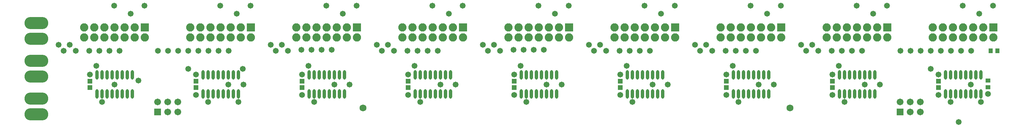
<source format=gts>
%FSTAX24Y24*%
%MOIN*%
%SFA1B1*%

%IPPOS*%
%ADD28O,0.031600X0.094600*%
%ADD29R,0.047400X0.043400*%
%ADD30R,0.047400X0.047400*%
%ADD31R,0.043400X0.047400*%
%ADD32R,0.067100X0.067100*%
%ADD33C,0.067100*%
%ADD34C,0.082000*%
%ADD35R,0.082000X0.082000*%
%ADD36C,0.068000*%
%ADD37O,0.236000X0.122000*%
%ADD38C,0.058000*%
%LNregistradores-1*%
%LPD*%
G54D28*
X0928Y003405D03*
X0933D03*
X0938D03*
X0943D03*
X0948D03*
X0953D03*
X0958D03*
X0963D03*
X0928Y005295D03*
X0933D03*
X0938D03*
X0943D03*
X0948D03*
X0953D03*
X0958D03*
X0963D03*
X0193Y003405D03*
X0198D03*
X0203D03*
X0208D03*
X0213D03*
X0218D03*
X0223D03*
X0228D03*
X0193Y005295D03*
X0198D03*
X0203D03*
X0208D03*
X0213D03*
X0218D03*
X0223D03*
X0228D03*
X0088Y003405D03*
X0093D03*
X0098D03*
X0103D03*
X0108D03*
X0113D03*
X0118D03*
X0123D03*
X0088Y005295D03*
X0093D03*
X0098D03*
X0103D03*
X0108D03*
X0113D03*
X0118D03*
X0123D03*
X0298Y003405D03*
X0303D03*
X0308D03*
X0313D03*
X0318D03*
X0323D03*
X0328D03*
X0333D03*
X0298Y005295D03*
X0303D03*
X0308D03*
X0313D03*
X0318D03*
X0323D03*
X0328D03*
X0333D03*
X0403Y003405D03*
X0408D03*
X0413D03*
X0418D03*
X0423D03*
X0428D03*
X0433D03*
X0438D03*
X0403Y005295D03*
X0408D03*
X0413D03*
X0418D03*
X0423D03*
X0428D03*
X0433D03*
X0438D03*
X0508Y003405D03*
X0513D03*
X0518D03*
X0523D03*
X0528D03*
X0533D03*
X0538D03*
X0543D03*
X0508Y005295D03*
X0513D03*
X0518D03*
X0523D03*
X0528D03*
X0533D03*
X0538D03*
X0543D03*
X0613Y003405D03*
X0618D03*
X0623D03*
X0628D03*
X0633D03*
X0638D03*
X0643D03*
X0648D03*
X0613Y005295D03*
X0618D03*
X0623D03*
X0628D03*
X0633D03*
X0638D03*
X0643D03*
X0648D03*
X0718Y003405D03*
X0723D03*
X0728D03*
X0733D03*
X0738D03*
X0743D03*
X0748D03*
X0753D03*
X0718Y005295D03*
X0723D03*
X0728D03*
X0733D03*
X0738D03*
X0743D03*
X0748D03*
X0753D03*
X0823Y003405D03*
X0828D03*
X0833D03*
X0838D03*
X0843D03*
X0848D03*
X0853D03*
X0858D03*
X0823Y005295D03*
X0828D03*
X0833D03*
X0838D03*
X0843D03*
X0848D03*
X0853D03*
X0858D03*
G54D29*
X097Y004065D03*
Y004735D03*
G54D30*
X0081Y004665D03*
Y004035D03*
X0186Y004665D03*
Y004035D03*
X0291Y004665D03*
Y004035D03*
X0396Y004665D03*
Y004035D03*
X0501Y004665D03*
Y004035D03*
X0606Y004665D03*
Y004035D03*
X0711Y004665D03*
Y004035D03*
X0816Y004665D03*
Y004035D03*
X0921Y004665D03*
Y004035D03*
G54D31*
X097935Y0077D03*
X097265D03*
G54D32*
X0148Y0016D03*
X0883D03*
G54D33*
X0148Y0026D03*
X0158Y0016D03*
Y0026D03*
X0168Y0016D03*
Y0026D03*
X0883D03*
X0893Y0016D03*
Y0026D03*
X0903Y0016D03*
Y0026D03*
G54D34*
X09155Y00905D03*
Y01005D03*
X09255Y00905D03*
Y01005D03*
X09355Y00905D03*
Y01005D03*
X09455Y00905D03*
Y01005D03*
X09555Y00905D03*
Y01005D03*
X09655Y00905D03*
Y01005D03*
X09755Y00905D03*
X08105D03*
Y01005D03*
X08205Y00905D03*
Y01005D03*
X08305Y00905D03*
Y01005D03*
X08405Y00905D03*
Y01005D03*
X08505Y00905D03*
Y01005D03*
X08605Y00905D03*
Y01005D03*
X08705Y00905D03*
X07055D03*
Y01005D03*
X07155Y00905D03*
Y01005D03*
X07255Y00905D03*
Y01005D03*
X07355Y00905D03*
Y01005D03*
X07455Y00905D03*
Y01005D03*
X07555Y00905D03*
Y01005D03*
X07655Y00905D03*
X06005D03*
Y01005D03*
X06105Y00905D03*
Y01005D03*
X06205Y00905D03*
Y01005D03*
X06305Y00905D03*
Y01005D03*
X06405Y00905D03*
Y01005D03*
X06505Y00905D03*
Y01005D03*
X06605Y00905D03*
X04955D03*
Y01005D03*
X05055Y00905D03*
Y01005D03*
X05155Y00905D03*
Y01005D03*
X05255Y00905D03*
Y01005D03*
X05355Y00905D03*
Y01005D03*
X05455Y00905D03*
Y01005D03*
X05555Y00905D03*
X03905D03*
Y01005D03*
X04005Y00905D03*
Y01005D03*
X04105Y00905D03*
Y01005D03*
X04205Y00905D03*
Y01005D03*
X04305Y00905D03*
Y01005D03*
X04405Y00905D03*
Y01005D03*
X04505Y00905D03*
X02855D03*
Y01005D03*
X02955Y00905D03*
Y01005D03*
X03055Y00905D03*
Y01005D03*
X03155Y00905D03*
Y01005D03*
X03255Y00905D03*
Y01005D03*
X03355Y00905D03*
Y01005D03*
X03455Y00905D03*
X00755D03*
Y01005D03*
X00855Y00905D03*
Y01005D03*
X00955Y00905D03*
Y01005D03*
X01055Y00905D03*
Y01005D03*
X01155Y00905D03*
Y01005D03*
X01255Y00905D03*
Y01005D03*
X01355Y00905D03*
X01805D03*
Y01005D03*
X01905Y00905D03*
Y01005D03*
X02005Y00905D03*
Y01005D03*
X02105Y00905D03*
Y01005D03*
X02205Y00905D03*
Y01005D03*
X02305Y00905D03*
Y01005D03*
X02405Y00905D03*
G54D35*
X09755Y01005D03*
X08705D03*
X07655D03*
X06605D03*
X05555D03*
X04505D03*
X03455D03*
X01355D03*
X02405D03*
G54D36*
X0774Y002D03*
X03515D03*
G54D37*
X0028Y00293D03*
Y00137D03*
Y006705D03*
Y005145D03*
Y01048D03*
Y00892D03*
G54D38*
X02325Y0059D03*
X08225Y0062D03*
X07175D03*
X06125D03*
X05075D03*
X0228Y0026D03*
X0093D03*
X01055Y00435D03*
X0055Y0077D03*
X005Y0083D03*
X0067Y0077D03*
X0061Y0083D03*
X0941Y0006D03*
X0933Y0026D03*
X0828D03*
X0723D03*
X0618D03*
X0513D03*
X0408D03*
X079Y0077D03*
X0785Y0083D03*
X0802Y0077D03*
X0796Y0083D03*
X0685Y0077D03*
X068Y0083D03*
X0697Y0077D03*
X0691Y0083D03*
X058Y0077D03*
X0575Y0083D03*
X0592Y0077D03*
X0586Y0083D03*
X0475Y0077D03*
X047Y0083D03*
X0487Y0077D03*
X0481Y0083D03*
X037Y0077D03*
X0365Y0083D03*
X0382Y0077D03*
X0376Y0083D03*
X09615Y0114D03*
X0945Y0122D03*
X0975D03*
X08565Y0114D03*
X084Y0122D03*
X087D03*
X07515Y0114D03*
X0735Y0122D03*
X0765D03*
X06465Y0114D03*
X063Y0122D03*
X066D03*
X05415Y0114D03*
X0525Y0122D03*
X0555D03*
X04365Y0114D03*
X042Y0122D03*
X045D03*
X01215Y0114D03*
X0105Y0122D03*
X0135D03*
X02265Y0114D03*
X021Y0122D03*
X024D03*
X04025Y0062D03*
X0186Y0033D03*
X0921D03*
X0816D03*
X0711D03*
X0606D03*
X0501D03*
X0396D03*
X0345Y0122D03*
X0315D03*
X0271Y0083D03*
X0277Y0077D03*
X02975Y0062D03*
X0291Y0033D03*
X0303Y0026D03*
X026Y0083D03*
X0265Y0077D03*
X00805D03*
X00905D03*
X01005D03*
X01105D03*
X09235D03*
X09335D03*
X09435D03*
X09535D03*
X08155D03*
X08255D03*
X08355D03*
X08455D03*
X07105D03*
X07205D03*
X07305D03*
X07405D03*
X06055D03*
X06155D03*
X06255D03*
X06355D03*
X05005Y0078D03*
X05105D03*
X05205D03*
X05305D03*
X03955Y0077D03*
X04055D03*
X04155D03*
X04255D03*
X02905Y0078D03*
X03005D03*
X03105D03*
X03205D03*
X0081Y00535D03*
X0186D03*
X0291D03*
X0396D03*
X0501D03*
X0606D03*
X0711D03*
X0816D03*
X0921D03*
X0218Y00435D03*
X0129Y00475D03*
X0233Y00435D03*
X0323D03*
X0428D03*
X0338D03*
X0533D03*
X0443D03*
X0638D03*
X0548D03*
X0743D03*
X0653D03*
X0848D03*
X0758D03*
X0953D03*
X0863D03*
X097Y0034D03*
X0198Y0026D03*
X09035Y0077D03*
X09135D03*
X08835D03*
X08935D03*
X0963Y0026D03*
X01585Y0077D03*
X01485D03*
X01785D03*
X01685D03*
X02185D03*
X02085D03*
X01985D03*
X01885D03*
X00875Y0062D03*
X09135Y0059D03*
X01785D03*
X03315Y0114D03*
M02*
</source>
